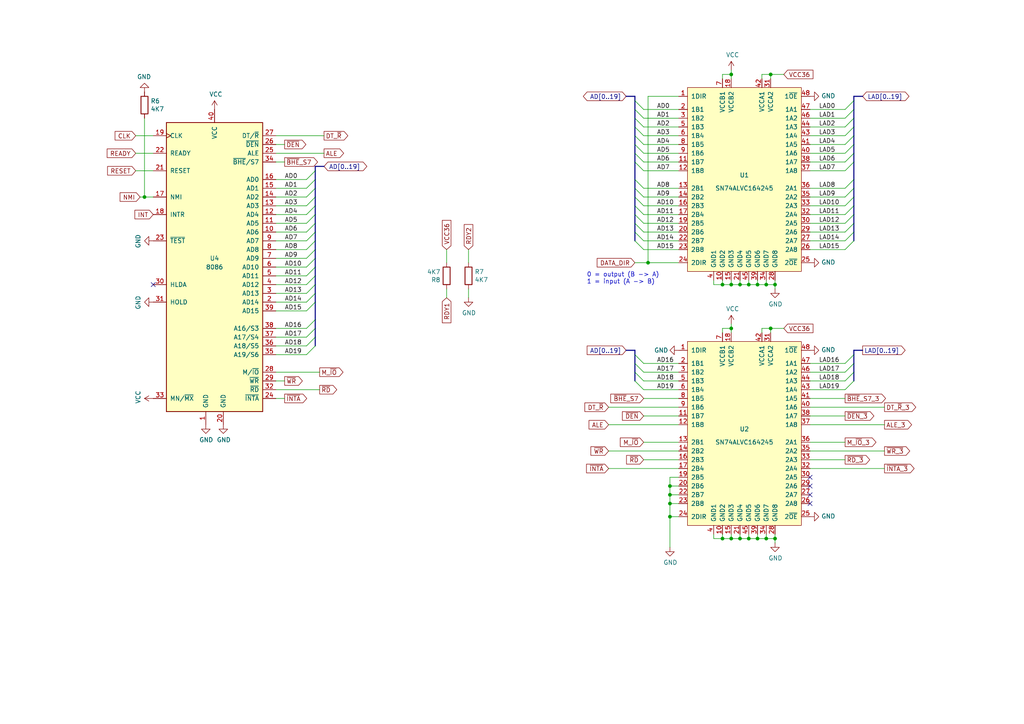
<source format=kicad_sch>
(kicad_sch (version 20230121) (generator eeschema)
  (paper "A4")
  (title_block (title "Mini8086 main system board") (rev "2.1"))
  (lib_symbols
    (symbol "Device:R" (pin_numbers hide) (pin_names (offset 0))
      (property "Reference" "R" (at 2.032 0 90))
      (property "Value" "R" (at 0 0 90))
      (symbol "R_0_1"
        (rectangle (start -1.016 -2.54) (end 1.016 2.54) (stroke (width 0.254)))
      )
      (symbol "R_1_1"
        (pin passive line (at 0 3.81 270) (length 1.27) (name "~") (number "1"))
        (pin passive line (at 0 -3.81 90) (length 1.27) (name "~") (number "2"))
      )
    )
    (symbol "MCU_Intel:8086_Min_Mode" (pin_names (offset 1.016))
      (property "Reference" "U" (at -12.7 43.18 0))
      (property "Value" "8086_Min_Mode" (at 10.16 43.18 0))
      (symbol "8086_Min_Mode_0_1"
        (rectangle (start 13.97 -41.91) (end -13.97 41.91) (stroke (width 0.254)) (fill (type background)))
      )
      (symbol "8086_Min_Mode_1_1"
        (pin power_in line (at -2.54 -45.72 90) (length 3.81) (name "GND") (number "1"))
        (pin bidirectional line (at 17.78 10.16 180) (length 3.81) (name "AD6") (number "10"))
        (pin bidirectional line (at 17.78 12.7 180) (length 3.81) (name "AD5") (number "11"))
        (pin bidirectional line (at 17.78 15.24 180) (length 3.81) (name "AD4") (number "12"))
        (pin bidirectional line (at 17.78 17.78 180) (length 3.81) (name "AD3") (number "13"))
        (pin bidirectional line (at 17.78 20.32 180) (length 3.81) (name "AD2") (number "14"))
        (pin bidirectional line (at 17.78 22.86 180) (length 3.81) (name "AD1") (number "15"))
        (pin bidirectional line (at 17.78 25.4 180) (length 3.81) (name "AD0") (number "16"))
        (pin input line (at -17.78 20.32 0) (length 3.81) (name "NMI") (number "17"))
        (pin input line (at -17.78 15.24 0) (length 3.81) (name "INTR") (number "18"))
        (pin input clock (at -17.78 38.1 0) (length 3.81) (name "CLK") (number "19"))
        (pin bidirectional line (at 17.78 -10.16 180) (length 3.81) (name "AD14") (number "2"))
        (pin power_in line (at 2.54 -45.72 90) (length 3.81) (name "GND") (number "20"))
        (pin input line (at -17.78 27.94 0) (length 3.81) (name "RESET") (number "21"))
        (pin input line (at -17.78 33.02 0) (length 3.81) (name "READY") (number "22"))
        (pin input line (at -17.78 7.62 0) (length 3.81) (name "~{TEST}") (number "23"))
        (pin output line (at 17.78 -38.1 180) (length 3.81) (name "~{INTA}") (number "24"))
        (pin output line (at 17.78 33.02 180) (length 3.81) (name "ALE") (number "25"))
        (pin output line (at 17.78 35.56 180) (length 3.81) (name "~{DEN}") (number "26"))
        (pin output line (at 17.78 38.1 180) (length 3.81) (name "DT/~{R}") (number "27"))
        (pin output line (at 17.78 -30.48 180) (length 3.81) (name "M/~{IO}") (number "28"))
        (pin output line (at 17.78 -33.02 180) (length 3.81) (name "~{WR}") (number "29"))
        (pin bidirectional line (at 17.78 -7.62 180) (length 3.81) (name "AD13") (number "3"))
        (pin output line (at -17.78 -5.08 0) (length 3.81) (name "HLDA") (number "30"))
        (pin input line (at -17.78 -10.16 0) (length 3.81) (name "HOLD") (number "31"))
        (pin output line (at 17.78 -35.56 180) (length 3.81) (name "~{RD}") (number "32"))
        (pin input line (at -17.78 -38.1 0) (length 3.81) (name "MN/~{MX}") (number "33"))
        (pin output line (at 17.78 30.48 180) (length 3.81) (name "~{BHE}/S7") (number "34"))
        (pin output line (at 17.78 -25.4 180) (length 3.81) (name "A19/S6") (number "35"))
        (pin output line (at 17.78 -22.86 180) (length 3.81) (name "A18/S5") (number "36"))
        (pin output line (at 17.78 -20.32 180) (length 3.81) (name "A17/S4") (number "37"))
        (pin output line (at 17.78 -17.78 180) (length 3.81) (name "A16/S3") (number "38"))
        (pin bidirectional line (at 17.78 -12.7 180) (length 3.81) (name "AD15") (number "39"))
        (pin bidirectional line (at 17.78 -5.08 180) (length 3.81) (name "AD12") (number "4"))
        (pin power_in line (at 0 45.72 270) (length 3.81) (name "VCC") (number "40"))
        (pin bidirectional line (at 17.78 -2.54 180) (length 3.81) (name "AD11") (number "5"))
        (pin bidirectional line (at 17.78 0 180) (length 3.81) (name "AD10") (number "6"))
        (pin bidirectional line (at 17.78 2.54 180) (length 3.81) (name "AD9") (number "7"))
        (pin bidirectional line (at 17.78 5.08 180) (length 3.81) (name "AD8") (number "8"))
        (pin bidirectional line (at 17.78 7.62 180) (length 3.81) (name "AD7") (number "9"))
      )
    )
    (symbol "main-rescue:SN74ALVC164245-Mini8086" (pin_names (offset 1.016))
      (property "Reference" "U" (at 0 2.54 0))
      (property "Value" "Mini8086_SN74ALVC164245" (at 0 0 0))
      (symbol "SN74ALVC164245-Mini8086_0_1"
        (rectangle (start -16.51 -26.67) (end 16.51 26.67) (fill (type background)))
      )
      (symbol "SN74ALVC164245-Mini8086_1_1"
        (pin input line (at -19.05 24.13 0) (length 2.54) (name "1DIR") (number "1"))
        (pin power_in line (at -6.35 -29.21 90) (length 2.54) (name "GND2") (number "10"))
        (pin tri_state line (at -19.05 5.08 0) (length 2.54) (name "1B7") (number "11"))
        (pin tri_state line (at -19.05 2.54 0) (length 2.54) (name "1B8") (number "12"))
        (pin tri_state line (at -19.05 -2.54 0) (length 2.54) (name "2B1") (number "13"))
        (pin tri_state line (at -19.05 -5.08 0) (length 2.54) (name "2B2") (number "14"))
        (pin power_in line (at -3.81 -29.21 90) (length 2.54) (name "GND3") (number "15"))
        (pin tri_state line (at -19.05 -7.62 0) (length 2.54) (name "2B3") (number "16"))
        (pin tri_state line (at -19.05 -10.16 0) (length 2.54) (name "2B4") (number "17"))
        (pin power_in line (at -3.81 29.21 270) (length 2.54) (name "VCCB2") (number "18"))
        (pin tri_state line (at -19.05 -12.7 0) (length 2.54) (name "2B5") (number "19"))
        (pin tri_state line (at -19.05 20.32 0) (length 2.54) (name "1B1") (number "2"))
        (pin tri_state line (at -19.05 -15.24 0) (length 2.54) (name "2B6") (number "20"))
        (pin power_in line (at -1.27 -29.21 90) (length 2.54) (name "GND4") (number "21"))
        (pin tri_state line (at -19.05 -17.78 0) (length 2.54) (name "2B7") (number "22"))
        (pin tri_state line (at -19.05 -20.32 0) (length 2.54) (name "2B8") (number "23"))
        (pin input line (at -19.05 -24.13 0) (length 2.54) (name "2DIR") (number "24"))
        (pin tri_state line (at 19.05 -24.13 180) (length 2.54) (name "2~{OE}") (number "25"))
        (pin tri_state line (at 19.05 -20.32 180) (length 2.54) (name "2A8") (number "26"))
        (pin tri_state line (at 19.05 -17.78 180) (length 2.54) (name "2A7") (number "27"))
        (pin power_in line (at 8.89 -29.21 90) (length 2.54) (name "GND8") (number "28"))
        (pin tri_state line (at 19.05 -15.24 180) (length 2.54) (name "2A6") (number "29"))
        (pin tri_state line (at -19.05 17.78 0) (length 2.54) (name "1B2") (number "3"))
        (pin tri_state line (at 19.05 -12.7 180) (length 2.54) (name "2A5") (number "30"))
        (pin power_in line (at 7.62 29.21 270) (length 2.54) (name "VCCA2") (number "31"))
        (pin tri_state line (at 19.05 -10.16 180) (length 2.54) (name "2A4") (number "32"))
        (pin tri_state line (at 19.05 -7.62 180) (length 2.54) (name "2A3") (number "33"))
        (pin power_in line (at 6.35 -29.21 90) (length 2.54) (name "GND7") (number "34"))
        (pin tri_state line (at 19.05 -5.08 180) (length 2.54) (name "2A2") (number "35"))
        (pin tri_state line (at 19.05 -2.54 180) (length 2.54) (name "2A1") (number "36"))
        (pin tri_state line (at 19.05 2.54 180) (length 2.54) (name "1A8") (number "37"))
        (pin tri_state line (at 19.05 5.08 180) (length 2.54) (name "1A7") (number "38"))
        (pin power_in line (at 3.81 -29.21 90) (length 2.54) (name "GND6") (number "39"))
        (pin power_in line (at -8.89 -29.21 90) (length 2.54) (name "GND1") (number "4"))
        (pin tri_state line (at 19.05 7.62 180) (length 2.54) (name "1A6") (number "40"))
        (pin tri_state line (at 19.05 10.16 180) (length 2.54) (name "1A5") (number "41"))
        (pin power_in line (at 5.08 29.21 270) (length 2.54) (name "VCCA1") (number "42"))
        (pin tri_state line (at 19.05 12.7 180) (length 2.54) (name "1A4") (number "43"))
        (pin tri_state line (at 19.05 15.24 180) (length 2.54) (name "1A3") (number "44"))
        (pin power_in line (at 1.27 -29.21 90) (length 2.54) (name "GND5") (number "45"))
        (pin tri_state line (at 19.05 17.78 180) (length 2.54) (name "1A2") (number "46"))
        (pin tri_state line (at 19.05 20.32 180) (length 2.54) (name "1A1") (number "47"))
        (pin tri_state line (at 19.05 24.13 180) (length 2.54) (name "1~{OE}") (number "48"))
        (pin tri_state line (at -19.05 15.24 0) (length 2.54) (name "1B3") (number "5"))
        (pin tri_state line (at -19.05 12.7 0) (length 2.54) (name "1B4") (number "6"))
        (pin power_in line (at -6.35 29.21 270) (length 2.54) (name "VCCB1") (number "7"))
        (pin tri_state line (at -19.05 10.16 0) (length 2.54) (name "1B5") (number "8"))
        (pin tri_state line (at -19.05 7.62 0) (length 2.54) (name "1B6") (number "9"))
      )
    )
    (symbol "power:GND" (power) (pin_names (offset 0))
      (property "Value" "GND" (at 0 -3.81 0))
      (symbol "GND_0_1"
        (polyline (pts (xy 0 0) (xy 0 -1.27) (xy 1.27 -1.27) (xy 0 -2.54) (xy -1.27 -1.27) (xy 0 -1.27)))
      )
      (symbol "GND_1_1"
        (pin power_in line (at 0 0 270) (length 0) hide (name "GND") (number "1"))
      )
    )
    (symbol "power:VCC" (power) (pin_names (offset 0))
      (property "Value" "VCC" (at 0 3.81 0))
      (symbol "VCC_0_1"
        (polyline (pts (xy -0.762 1.27) (xy 0 2.54)))
        (polyline (pts (xy 0 0) (xy 0 2.54)))
        (polyline (pts (xy 0 2.54) (xy 0.762 1.27)))
      )
      (symbol "VCC_1_1"
        (pin power_in line (at 0 0 90) (length 0) hide (name "VCC") (number "1"))
      )
    )
  )
  (junction (at 194.31 140.97))
  (junction (at 212.09 95.25))
  (junction (at 223.52 21.59))
  (junction (at 217.17 82.55))
  (junction (at 209.55 156.21))
  (junction (at 223.52 95.25))
  (junction (at 224.79 156.21))
  (junction (at 219.71 156.21))
  (junction (at 222.25 156.21))
  (junction (at 217.17 156.21))
  (junction (at 224.79 82.55))
  (junction (at 222.25 82.55))
  (junction (at 194.31 143.51))
  (junction (at 212.09 21.59))
  (junction (at 219.71 82.55))
  (junction (at 214.63 156.21))
  (junction (at 209.55 82.55))
  (junction (at 194.31 149.86))
  (junction (at 212.09 156.21))
  (junction (at 212.09 82.55))
  (junction (at 41.91 57.15))
  (junction (at 194.31 146.05))
  (junction (at 187.96 76.2))
  (junction (at 214.63 82.55))
  (no_connect (at 234.95 143.51))
  (no_connect (at 234.95 138.43))
  (no_connect (at 44.45 82.55))
  (no_connect (at 234.95 140.97))
  (no_connect (at 234.95 146.05))
  (bus_entry (at 245.11 49.53) (size 2.54 -2.54))
  (bus_entry (at 186.69 41.91) (size -2.54 -2.54))
  (bus_entry (at 186.69 62.23) (size -2.54 -2.54))
  (bus_entry (at 186.69 113.03) (size -2.54 -2.54))
  (bus_entry (at 88.9 82.55) (size 2.54 -2.54))
  (bus_entry (at 88.9 57.15) (size 2.54 -2.54))
  (bus_entry (at 186.69 49.53) (size -2.54 -2.54))
  (bus_entry (at 88.9 85.09) (size 2.54 -2.54))
  (bus_entry (at 186.69 107.95) (size -2.54 -2.54))
  (bus_entry (at 88.9 54.61) (size 2.54 -2.54))
  (bus_entry (at 88.9 59.69) (size 2.54 -2.54))
  (bus_entry (at 88.9 100.33) (size 2.54 -2.54))
  (bus_entry (at 245.11 54.61) (size 2.54 -2.54))
  (bus_entry (at 186.69 72.39) (size -2.54 -2.54))
  (bus_entry (at 186.69 105.41) (size -2.54 -2.54))
  (bus_entry (at 186.69 69.85) (size -2.54 -2.54))
  (bus_entry (at 186.69 67.31) (size -2.54 -2.54))
  (bus_entry (at 88.9 95.25) (size 2.54 -2.54))
  (bus_entry (at 88.9 74.93) (size 2.54 -2.54))
  (bus_entry (at 186.69 57.15) (size -2.54 -2.54))
  (bus_entry (at 245.11 59.69) (size 2.54 -2.54))
  (bus_entry (at 245.11 107.95) (size 2.54 -2.54))
  (bus_entry (at 88.9 102.87) (size 2.54 -2.54))
  (bus_entry (at 245.11 67.31) (size 2.54 -2.54))
  (bus_entry (at 245.11 57.15) (size 2.54 -2.54))
  (bus_entry (at 245.11 36.83) (size 2.54 -2.54))
  (bus_entry (at 186.69 31.75) (size -2.54 -2.54))
  (bus_entry (at 245.11 31.75) (size 2.54 -2.54))
  (bus_entry (at 245.11 41.91) (size 2.54 -2.54))
  (bus_entry (at 245.11 110.49) (size 2.54 -2.54))
  (bus_entry (at 88.9 52.07) (size 2.54 -2.54))
  (bus_entry (at 245.11 44.45) (size 2.54 -2.54))
  (bus_entry (at 245.11 69.85) (size 2.54 -2.54))
  (bus_entry (at 88.9 67.31) (size 2.54 -2.54))
  (bus_entry (at 88.9 72.39) (size 2.54 -2.54))
  (bus_entry (at 186.69 44.45) (size -2.54 -2.54))
  (bus_entry (at 88.9 62.23) (size 2.54 -2.54))
  (bus_entry (at 245.11 46.99) (size 2.54 -2.54))
  (bus_entry (at 88.9 87.63) (size 2.54 -2.54))
  (bus_entry (at 245.11 39.37) (size 2.54 -2.54))
  (bus_entry (at 245.11 62.23) (size 2.54 -2.54))
  (bus_entry (at 186.69 36.83) (size -2.54 -2.54))
  (bus_entry (at 245.11 34.29) (size 2.54 -2.54))
  (bus_entry (at 245.11 72.39) (size 2.54 -2.54))
  (bus_entry (at 245.11 64.77) (size 2.54 -2.54))
  (bus_entry (at 186.69 110.49) (size -2.54 -2.54))
  (bus_entry (at 88.9 77.47) (size 2.54 -2.54))
  (bus_entry (at 88.9 97.79) (size 2.54 -2.54))
  (bus_entry (at 186.69 64.77) (size -2.54 -2.54))
  (bus_entry (at 186.69 59.69) (size -2.54 -2.54))
  (bus_entry (at 88.9 69.85) (size 2.54 -2.54))
  (bus_entry (at 186.69 39.37) (size -2.54 -2.54))
  (bus_entry (at 245.11 105.41) (size 2.54 -2.54))
  (bus_entry (at 88.9 90.17) (size 2.54 -2.54))
  (bus_entry (at 88.9 80.01) (size 2.54 -2.54))
  (bus_entry (at 245.11 113.03) (size 2.54 -2.54))
  (bus_entry (at 186.69 34.29) (size -2.54 -2.54))
  (bus_entry (at 186.69 46.99) (size -2.54 -2.54))
  (bus_entry (at 186.69 54.61) (size -2.54 -2.54))
  (bus_entry (at 88.9 64.77) (size 2.54 -2.54))
  (bus (pts (xy 184.15 27.94) (xy 181.61 27.94)))
  (wire (pts (xy 41.91 57.15) (xy 40.64 57.15)))
  (wire (pts (xy 214.63 156.21) (xy 217.17 156.21)))
  (wire (pts (xy 88.9 82.55) (xy 80.01 82.55)))
  (wire (pts (xy 196.85 146.05) (xy 194.31 146.05)))
  (wire (pts (xy 186.69 67.31) (xy 196.85 67.31)))
  (wire (pts (xy 245.11 44.45) (xy 234.95 44.45)))
  (bus (pts (xy 184.15 57.15) (xy 184.15 59.69)))
  (wire (pts (xy 80.01 113.03) (xy 92.71 113.03)))
  (bus (pts (xy 247.65 27.94) (xy 250.19 27.94)))
  (wire (pts (xy 80.01 115.57) (xy 82.55 115.57)))
  (wire (pts (xy 234.95 110.49) (xy 245.11 110.49)))
  (bus (pts (xy 91.44 49.53) (xy 91.44 52.07)))
  (wire (pts (xy 220.98 22.86) (xy 220.98 21.59)))
  (bus (pts (xy 247.65 31.75) (xy 247.65 34.29)))
  (wire (pts (xy 196.85 140.97) (xy 194.31 140.97)))
  (wire (pts (xy 219.71 82.55) (xy 222.25 82.55)))
  (wire (pts (xy 88.9 97.79) (xy 80.01 97.79)))
  (bus (pts (xy 184.15 44.45) (xy 184.15 46.99)))
  (wire (pts (xy 196.85 54.61) (xy 186.69 54.61)))
  (wire (pts (xy 234.95 31.75) (xy 245.11 31.75)))
  (bus (pts (xy 91.44 72.39) (xy 91.44 74.93)))
  (wire (pts (xy 80.01 54.61) (xy 88.9 54.61)))
  (wire (pts (xy 186.69 115.57) (xy 196.85 115.57)))
  (bus (pts (xy 247.65 64.77) (xy 247.65 67.31)))
  (wire (pts (xy 212.09 22.86) (xy 212.09 21.59)))
  (bus (pts (xy 247.65 54.61) (xy 247.65 57.15)))
  (wire (pts (xy 82.55 41.91) (xy 80.01 41.91)))
  (wire (pts (xy 88.9 90.17) (xy 80.01 90.17)))
  (wire (pts (xy 209.55 82.55) (xy 212.09 82.55)))
  (bus (pts (xy 91.44 48.26) (xy 93.98 48.26)))
  (bus (pts (xy 91.44 52.07) (xy 91.44 54.61)))
  (bus (pts (xy 91.44 57.15) (xy 91.44 59.69)))
  (wire (pts (xy 224.79 157.48) (xy 224.79 156.21)))
  (wire (pts (xy 245.11 67.31) (xy 234.95 67.31)))
  (bus (pts (xy 91.44 95.25) (xy 91.44 97.79)))
  (wire (pts (xy 234.95 59.69) (xy 245.11 59.69)))
  (wire (pts (xy 186.69 41.91) (xy 196.85 41.91)))
  (bus (pts (xy 91.44 77.47) (xy 91.44 80.01)))
  (bus (pts (xy 247.65 105.41) (xy 247.65 107.95)))
  (wire (pts (xy 187.96 27.94) (xy 187.96 76.2)))
  (wire (pts (xy 245.11 107.95) (xy 234.95 107.95)))
  (wire (pts (xy 88.9 62.23) (xy 80.01 62.23)))
  (wire (pts (xy 194.31 140.97) (xy 194.31 138.43)))
  (bus (pts (xy 91.44 62.23) (xy 91.44 64.77)))
  (bus (pts (xy 184.15 46.99) (xy 184.15 52.07)))
  (wire (pts (xy 196.85 143.51) (xy 194.31 143.51)))
  (bus (pts (xy 247.65 52.07) (xy 247.65 54.61)))
  (wire (pts (xy 223.52 95.25) (xy 227.33 95.25)))
  (wire (pts (xy 217.17 156.21) (xy 219.71 156.21)))
  (wire (pts (xy 207.01 154.94) (xy 207.01 156.21)))
  (wire (pts (xy 186.69 107.95) (xy 196.85 107.95)))
  (wire (pts (xy 234.95 128.27) (xy 245.11 128.27)))
  (wire (pts (xy 245.11 34.29) (xy 234.95 34.29)))
  (wire (pts (xy 214.63 82.55) (xy 217.17 82.55)))
  (wire (pts (xy 129.54 72.39) (xy 129.54 76.2)))
  (wire (pts (xy 186.69 39.37) (xy 196.85 39.37)))
  (wire (pts (xy 217.17 156.21) (xy 217.17 154.94)))
  (wire (pts (xy 245.11 49.53) (xy 234.95 49.53)))
  (wire (pts (xy 186.69 64.77) (xy 196.85 64.77)))
  (wire (pts (xy 245.11 113.03) (xy 234.95 113.03)))
  (bus (pts (xy 91.44 69.85) (xy 91.44 72.39)))
  (wire (pts (xy 212.09 95.25) (xy 209.55 95.25)))
  (wire (pts (xy 194.31 149.86) (xy 194.31 146.05)))
  (bus (pts (xy 184.15 52.07) (xy 184.15 54.61)))
  (wire (pts (xy 219.71 156.21) (xy 219.71 154.94)))
  (bus (pts (xy 184.15 31.75) (xy 184.15 34.29)))
  (wire (pts (xy 234.95 130.81) (xy 256.54 130.81)))
  (wire (pts (xy 220.98 96.52) (xy 220.98 95.25)))
  (wire (pts (xy 209.55 156.21) (xy 209.55 154.94)))
  (wire (pts (xy 186.69 46.99) (xy 196.85 46.99)))
  (wire (pts (xy 194.31 146.05) (xy 194.31 143.51)))
  (wire (pts (xy 186.69 62.23) (xy 196.85 62.23)))
  (wire (pts (xy 209.55 21.59) (xy 209.55 22.86)))
  (wire (pts (xy 88.9 85.09) (xy 80.01 85.09)))
  (wire (pts (xy 194.31 138.43) (xy 196.85 138.43)))
  (wire (pts (xy 135.89 83.82) (xy 135.89 86.36)))
  (wire (pts (xy 212.09 82.55) (xy 214.63 82.55)))
  (wire (pts (xy 223.52 95.25) (xy 223.52 96.52)))
  (wire (pts (xy 186.69 110.49) (xy 196.85 110.49)))
  (wire (pts (xy 234.95 118.11) (xy 256.54 118.11)))
  (wire (pts (xy 186.69 49.53) (xy 196.85 49.53)))
  (bus (pts (xy 247.65 101.6) (xy 250.19 101.6)))
  (bus (pts (xy 91.44 54.61) (xy 91.44 57.15)))
  (wire (pts (xy 176.53 135.89) (xy 196.85 135.89)))
  (bus (pts (xy 247.65 34.29) (xy 247.65 36.83)))
  (bus (pts (xy 184.15 67.31) (xy 184.15 69.85)))
  (bus (pts (xy 184.15 101.6) (xy 184.15 102.87)))
  (wire (pts (xy 186.69 113.03) (xy 196.85 113.03)))
  (wire (pts (xy 220.98 95.25) (xy 223.52 95.25)))
  (wire (pts (xy 212.09 81.28) (xy 212.09 82.55)))
  (wire (pts (xy 207.01 82.55) (xy 209.55 82.55)))
  (wire (pts (xy 223.52 21.59) (xy 227.33 21.59)))
  (wire (pts (xy 186.69 34.29) (xy 196.85 34.29)))
  (wire (pts (xy 234.95 115.57) (xy 245.11 115.57)))
  (wire (pts (xy 209.55 82.55) (xy 209.55 81.28)))
  (bus (pts (xy 91.44 82.55) (xy 91.44 85.09)))
  (wire (pts (xy 219.71 82.55) (xy 219.71 81.28)))
  (wire (pts (xy 135.89 76.2) (xy 135.89 72.39)))
  (wire (pts (xy 234.95 64.77) (xy 245.11 64.77)))
  (wire (pts (xy 214.63 156.21) (xy 214.63 154.94)))
  (bus (pts (xy 184.15 29.21) (xy 184.15 31.75)))
  (wire (pts (xy 222.25 82.55) (xy 224.79 82.55)))
  (wire (pts (xy 234.95 120.65) (xy 245.11 120.65)))
  (wire (pts (xy 212.09 154.94) (xy 212.09 156.21)))
  (bus (pts (xy 91.44 48.26) (xy 91.44 49.53)))
  (wire (pts (xy 224.79 156.21) (xy 224.79 154.94)))
  (wire (pts (xy 196.85 27.94) (xy 187.96 27.94)))
  (bus (pts (xy 91.44 87.63) (xy 91.44 92.71)))
  (wire (pts (xy 80.01 52.07) (xy 88.9 52.07)))
  (wire (pts (xy 234.95 69.85) (xy 245.11 69.85)))
  (wire (pts (xy 220.98 21.59) (xy 223.52 21.59)))
  (wire (pts (xy 44.45 39.37) (xy 39.37 39.37)))
  (wire (pts (xy 88.9 77.47) (xy 80.01 77.47)))
  (wire (pts (xy 196.85 105.41) (xy 186.69 105.41)))
  (wire (pts (xy 214.63 82.55) (xy 214.63 81.28)))
  (bus (pts (xy 247.65 67.31) (xy 247.65 69.85)))
  (wire (pts (xy 88.9 74.93) (xy 80.01 74.93)))
  (bus (pts (xy 247.65 41.91) (xy 247.65 44.45)))
  (wire (pts (xy 186.69 133.35) (xy 196.85 133.35)))
  (wire (pts (xy 80.01 57.15) (xy 88.9 57.15)))
  (wire (pts (xy 234.95 133.35) (xy 245.11 133.35)))
  (wire (pts (xy 186.69 44.45) (xy 196.85 44.45)))
  (wire (pts (xy 207.01 156.21) (xy 209.55 156.21)))
  (wire (pts (xy 234.95 46.99) (xy 245.11 46.99)))
  (bus (pts (xy 247.65 27.94) (xy 247.65 29.21)))
  (bus (pts (xy 247.65 57.15) (xy 247.65 59.69)))
  (wire (pts (xy 176.53 123.19) (xy 196.85 123.19)))
  (wire (pts (xy 88.9 87.63) (xy 80.01 87.63)))
  (bus (pts (xy 247.65 29.21) (xy 247.65 31.75)))
  (bus (pts (xy 91.44 85.09) (xy 91.44 87.63)))
  (wire (pts (xy 176.53 118.11) (xy 196.85 118.11)))
  (wire (pts (xy 222.25 156.21) (xy 222.25 154.94)))
  (wire (pts (xy 194.31 143.51) (xy 194.31 140.97)))
  (bus (pts (xy 184.15 27.94) (xy 184.15 29.21)))
  (wire (pts (xy 212.09 96.52) (xy 212.09 95.25)))
  (bus (pts (xy 184.15 105.41) (xy 184.15 107.95)))
  (bus (pts (xy 91.44 74.93) (xy 91.44 77.47)))
  (bus (pts (xy 184.15 62.23) (xy 184.15 64.77)))
  (wire (pts (xy 186.69 36.83) (xy 196.85 36.83)))
  (wire (pts (xy 80.01 44.45) (xy 93.98 44.45)))
  (wire (pts (xy 129.54 83.82) (xy 129.54 86.36)))
  (wire (pts (xy 234.95 36.83) (xy 245.11 36.83)))
  (wire (pts (xy 194.31 158.75) (xy 194.31 149.86)))
  (wire (pts (xy 186.69 57.15) (xy 196.85 57.15)))
  (wire (pts (xy 44.45 57.15) (xy 41.91 57.15)))
  (wire (pts (xy 88.9 72.39) (xy 80.01 72.39)))
  (bus (pts (xy 91.44 92.71) (xy 91.44 95.25)))
  (wire (pts (xy 224.79 83.82) (xy 224.79 82.55)))
  (wire (pts (xy 80.01 110.49) (xy 82.55 110.49)))
  (wire (pts (xy 186.69 72.39) (xy 196.85 72.39)))
  (bus (pts (xy 247.65 62.23) (xy 247.65 64.77)))
  (wire (pts (xy 88.9 69.85) (xy 80.01 69.85)))
  (wire (pts (xy 176.53 130.81) (xy 196.85 130.81)))
  (bus (pts (xy 184.15 34.29) (xy 184.15 36.83)))
  (wire (pts (xy 209.55 95.25) (xy 209.55 96.52)))
  (wire (pts (xy 212.09 21.59) (xy 209.55 21.59)))
  (wire (pts (xy 80.01 67.31) (xy 88.9 67.31)))
  (wire (pts (xy 88.9 100.33) (xy 80.01 100.33)))
  (wire (pts (xy 212.09 156.21) (xy 214.63 156.21)))
  (wire (pts (xy 82.55 46.99) (xy 80.01 46.99)))
  (bus (pts (xy 91.44 67.31) (xy 91.44 69.85)))
  (wire (pts (xy 88.9 80.01) (xy 80.01 80.01)))
  (wire (pts (xy 234.95 41.91) (xy 245.11 41.91)))
  (bus (pts (xy 184.15 59.69) (xy 184.15 62.23)))
  (bus (pts (xy 247.65 101.6) (xy 247.65 102.87)))
  (bus (pts (xy 184.15 102.87) (xy 184.15 105.41)))
  (wire (pts (xy 186.69 69.85) (xy 196.85 69.85)))
  (bus (pts (xy 184.15 101.6) (xy 181.61 101.6)))
  (bus (pts (xy 184.15 107.95) (xy 184.15 110.49)))
  (wire (pts (xy 88.9 95.25) (xy 80.01 95.25)))
  (wire (pts (xy 245.11 72.39) (xy 234.95 72.39)))
  (wire (pts (xy 222.25 82.55) (xy 222.25 81.28)))
  (bus (pts (xy 91.44 64.77) (xy 91.44 67.31)))
  (wire (pts (xy 184.15 76.2) (xy 187.96 76.2)))
  (wire (pts (xy 196.85 149.86) (xy 194.31 149.86)))
  (wire (pts (xy 223.52 21.59) (xy 223.52 22.86)))
  (bus (pts (xy 247.65 46.99) (xy 247.65 52.07)))
  (wire (pts (xy 80.01 107.95) (xy 92.71 107.95)))
  (wire (pts (xy 217.17 82.55) (xy 219.71 82.55)))
  (bus (pts (xy 247.65 44.45) (xy 247.65 46.99)))
  (wire (pts (xy 88.9 64.77) (xy 80.01 64.77)))
  (bus (pts (xy 91.44 59.69) (xy 91.44 62.23)))
  (wire (pts (xy 224.79 82.55) (xy 224.79 81.28)))
  (wire (pts (xy 207.01 81.28) (xy 207.01 82.55)))
  (bus (pts (xy 184.15 54.61) (xy 184.15 57.15)))
  (bus (pts (xy 247.65 107.95) (xy 247.65 110.49)))
  (bus (pts (xy 184.15 39.37) (xy 184.15 41.91)))
  (wire (pts (xy 186.69 120.65) (xy 196.85 120.65)))
  (bus (pts (xy 247.65 59.69) (xy 247.65 62.23)))
  (bus (pts (xy 184.15 36.83) (xy 184.15 39.37)))
  (wire (pts (xy 209.55 156.21) (xy 212.09 156.21)))
  (wire (pts (xy 186.69 59.69) (xy 196.85 59.69)))
  (bus (pts (xy 247.65 102.87) (xy 247.65 105.41)))
  (wire (pts (xy 245.11 57.15) (xy 234.95 57.15)))
  (wire (pts (xy 44.45 44.45) (xy 39.37 44.45)))
  (wire (pts (xy 234.95 54.61) (xy 245.11 54.61)))
  (wire (pts (xy 222.25 156.21) (xy 224.79 156.21)))
  (wire (pts (xy 212.09 93.98) (xy 212.09 95.25)))
  (wire (pts (xy 234.95 123.19) (xy 256.54 123.19)))
  (wire (pts (xy 93.98 39.37) (xy 80.01 39.37)))
  (wire (pts (xy 245.11 62.23) (xy 234.95 62.23)))
  (wire (pts (xy 245.11 39.37) (xy 234.95 39.37)))
  (wire (pts (xy 212.09 20.32) (xy 212.09 21.59)))
  (bus (pts (xy 91.44 80.01) (xy 91.44 82.55)))
  (wire (pts (xy 196.85 31.75) (xy 186.69 31.75)))
  (bus (pts (xy 184.15 41.91) (xy 184.15 44.45)))
  (wire (pts (xy 234.95 105.41) (xy 245.11 105.41)))
  (wire (pts (xy 234.95 135.89) (xy 256.54 135.89)))
  (wire (pts (xy 41.91 57.15) (xy 41.91 34.29)))
  (bus (pts (xy 91.44 97.79) (xy 91.44 100.33)))
  (bus (pts (xy 184.15 64.77) (xy 184.15 67.31)))
  (wire (pts (xy 88.9 59.69) (xy 80.01 59.69)))
  (bus (pts (xy 247.65 36.83) (xy 247.65 39.37)))
  (wire (pts (xy 219.71 156.21) (xy 222.25 156.21)))
  (wire (pts (xy 44.45 49.53) (xy 39.37 49.53)))
  (wire (pts (xy 196.85 128.27) (xy 186.69 128.27)))
  (wire (pts (xy 217.17 82.55) (xy 217.17 81.28)))
  (wire (pts (xy 88.9 102.87) (xy 80.01 102.87)))
  (bus (pts (xy 247.65 39.37) (xy 247.65 41.91)))
  (wire (pts (xy 187.96 76.2) (xy 196.85 76.2)))
  (text "0 = output (B -> A)\n1 = input (A -> B)\n" (at 170.18 82.55 0) (effects (font (size 1.27 1.27)) (justify left bottom)))
  (label "LAD12" (at 237.49 64.77 0))
  (label "AD5" (at 190.5 44.45 0))
  (label "AD10" (at 190.5 59.69 0))
  (label "LAD10" (at 237.49 59.69 0))
  (label "AD9" (at 82.55 74.93 0))
  (label "LAD16" (at 237.49 105.41 0))
  (label "LAD17" (at 237.49 107.95 0))
  (label "AD15" (at 82.55 90.17 0))
  (label "AD18" (at 190.5 110.49 0))
  (label "AD2" (at 190.5 36.83 0))
  (label "LAD11" (at 237.49 62.23 0))
  (label "AD13" (at 190.5 67.31 0))
  (label "AD17" (at 190.5 107.95 0))
  (label "AD7" (at 190.5 49.53 0))
  (label "AD1" (at 82.55 54.61 0))
  (label "AD7" (at 82.55 69.85 0))
  (label "AD12" (at 190.5 64.77 0))
  (label "LAD13" (at 237.49 67.31 0))
  (label "AD15" (at 190.5 72.39 0))
  (label "AD19" (at 190.5 113.03 0))
  (label "LAD3" (at 237.49 39.37 0))
  (label "AD11" (at 82.55 80.01 0))
  (label "AD5" (at 82.55 64.77 0))
  (label "AD6" (at 190.5 46.99 0))
  (label "LAD1" (at 237.49 34.29 0))
  (label "LAD8" (at 237.49 54.61 0))
  (label "AD14" (at 82.55 87.63 0))
  (label "AD18" (at 82.55 100.33 0))
  (label "AD19" (at 82.55 102.87 0))
  (label "AD10" (at 82.55 77.47 0))
  (label "AD3" (at 190.5 39.37 0))
  (label "LAD2" (at 237.49 36.83 0))
  (label "AD2" (at 82.55 57.15 0))
  (label "LAD9" (at 237.49 57.15 0))
  (label "AD13" (at 82.55 85.09 0))
  (label "LAD15" (at 237.49 72.39 0))
  (label "LAD5" (at 237.49 44.45 0))
  (label "AD6" (at 82.55 67.31 0))
  (label "AD3" (at 82.55 59.69 0))
  (label "AD8" (at 190.5 54.61 0))
  (label "AD16" (at 82.55 95.25 0))
  (label "AD12" (at 82.55 82.55 0))
  (label "AD4" (at 190.5 41.91 0))
  (label "AD9" (at 190.5 57.15 0))
  (label "LAD18" (at 237.49 110.49 0))
  (label "AD1" (at 190.5 34.29 0))
  (label "AD17" (at 82.55 97.79 0))
  (label "AD4" (at 82.55 62.23 0))
  (label "AD8" (at 82.55 72.39 0))
  (label "LAD14" (at 237.49 69.85 0))
  (label "AD11" (at 190.5 62.23 0))
  (label "LAD0" (at 237.49 31.75 0))
  (label "LAD4" (at 237.49 41.91 0))
  (label "LAD6" (at 237.49 46.99 0))
  (label "AD0" (at 190.5 31.75 0))
  (label "AD14" (at 190.5 69.85 0))
  (label "LAD7" (at 237.49 49.53 0))
  (label "LAD19" (at 237.49 113.03 0))
  (label "AD0" (at 82.55 52.07 0))
  (label "AD16" (at 190.5 105.41 0))
  (global_label "LAD[0..19]" (shape bidirectional) (at 250.19 27.94 0) (property "Intersheetrefs" "${INTERSHEET_REFS}" (effects hide)))
  (global_label "~{BHE}_S7_3" (shape output) (at 245.11 115.57 0) (property "Intersheetrefs" "${INTERSHEET_REFS}" (effects hide)))
  (global_label "NMI" (shape input) (at 40.64 57.15 180) (property "Intersheetrefs" "${INTERSHEET_REFS}" (effects hide)))
  (global_label "~{DEN}" (shape output) (at 82.55 41.91 0) (property "Intersheetrefs" "${INTERSHEET_REFS}" (effects hide)))
  (global_label "~{WR}" (shape input) (at 176.53 130.81 180) (property "Intersheetrefs" "${INTERSHEET_REFS}" (effects hide)))
  (global_label "LAD[0..19]" (shape output) (at 250.19 101.6 0) (property "Intersheetrefs" "${INTERSHEET_REFS}" (effects hide)))
  (global_label "~{INTA}" (shape input) (at 176.53 135.89 180) (property "Intersheetrefs" "${INTERSHEET_REFS}" (effects hide)))
  (global_label "AD[0..19]" (shape bidirectional) (at 181.61 27.94 180) (property "Intersheetrefs" "${INTERSHEET_REFS}" (effects hide)))
  (global_label "READY" (shape input) (at 39.37 44.45 180) (property "Intersheetrefs" "${INTERSHEET_REFS}" (effects hide)))
  (global_label "M_~{IO}" (shape output) (at 92.71 107.95 0) (property "Intersheetrefs" "${INTERSHEET_REFS}" (effects hide)))
  (global_label "~{BHE}_S7" (shape output) (at 82.55 46.99 0) (property "Intersheetrefs" "${INTERSHEET_REFS}" (effects hide)))
  (global_label "DT_~{R}" (shape output) (at 93.98 39.37 0) (property "Intersheetrefs" "${INTERSHEET_REFS}" (effects hide)))
  (global_label "DT_~{R}" (shape input) (at 176.53 118.11 180) (property "Intersheetrefs" "${INTERSHEET_REFS}" (effects hide)))
  (global_label "~{RD}" (shape output) (at 92.71 113.03 0) (property "Intersheetrefs" "${INTERSHEET_REFS}" (effects hide)))
  (global_label "RESET" (shape input) (at 39.37 49.53 180) (property "Intersheetrefs" "${INTERSHEET_REFS}" (effects hide)))
  (global_label "VCC36" (shape input) (at 227.33 95.25 0) (property "Intersheetrefs" "${INTERSHEET_REFS}" (effects hide)))
  (global_label "RDY2" (shape input) (at 135.89 72.39 90) (property "Intersheetrefs" "${INTERSHEET_REFS}" (effects hide)))
  (global_label "~{RD_3}" (shape output) (at 245.11 133.35 0) (property "Intersheetrefs" "${INTERSHEET_REFS}" (effects hide)))
  (global_label "AD[0..19]" (shape input) (at 181.61 101.6 180) (property "Intersheetrefs" "${INTERSHEET_REFS}" (effects hide)))
  (global_label "~{INTA_3}" (shape output) (at 256.54 135.89 0) (property "Intersheetrefs" "${INTERSHEET_REFS}" (effects hide)))
  (global_label "~{WR_3}" (shape output) (at 256.54 130.81 0) (property "Intersheetrefs" "${INTERSHEET_REFS}" (effects hide)))
  (global_label "M_~{IO}" (shape input) (at 186.69 128.27 180) (property "Intersheetrefs" "${INTERSHEET_REFS}" (effects hide)))
  (global_label "RDY1" (shape input) (at 129.54 86.36 270) (property "Intersheetrefs" "${INTERSHEET_REFS}" (effects hide)))
  (global_label "~{RD}" (shape input) (at 186.69 133.35 180) (property "Intersheetrefs" "${INTERSHEET_REFS}" (effects hide)))
  (global_label "INT" (shape input) (at 44.45 62.23 180) (property "Intersheetrefs" "${INTERSHEET_REFS}" (effects hide)))
  (global_label "VCC36" (shape input) (at 227.33 21.59 0) (property "Intersheetrefs" "${INTERSHEET_REFS}" (effects hide)))
  (global_label "~{DEN}" (shape input) (at 186.69 120.65 180) (property "Intersheetrefs" "${INTERSHEET_REFS}" (effects hide)))
  (global_label "ALE" (shape output) (at 93.98 44.45 0) (property "Intersheetrefs" "${INTERSHEET_REFS}" (effects hide)))
  (global_label "ALE" (shape input) (at 176.53 123.19 180) (property "Intersheetrefs" "${INTERSHEET_REFS}" (effects hide)))
  (global_label "M_~{IO}_3" (shape output) (at 245.11 128.27 0) (property "Intersheetrefs" "${INTERSHEET_REFS}" (effects hide)))
  (global_label "AD[0..19]" (shape bidirectional) (at 93.98 48.26 0) (property "Intersheetrefs" "${INTERSHEET_REFS}" (effects hide)))
  (global_label "~{DEN_3}" (shape output) (at 245.11 120.65 0) (property "Intersheetrefs" "${INTERSHEET_REFS}" (effects hide)))
  (global_label "CLK" (shape input) (at 39.37 39.37 180) (property "Intersheetrefs" "${INTERSHEET_REFS}" (effects hide)))
  (global_label "VCC36" (shape input) (at 129.54 72.39 90) (property "Intersheetrefs" "${INTERSHEET_REFS}" (effects hide)))
  (global_label "~{BHE}_S7" (shape input) (at 186.69 115.57 180) (property "Intersheetrefs" "${INTERSHEET_REFS}" (effects hide)))
  (global_label "~{WR}" (shape output) (at 82.55 110.49 0) (property "Intersheetrefs" "${INTERSHEET_REFS}" (effects hide)))
  (global_label "ALE_3" (shape output) (at 256.54 123.19 0) (property "Intersheetrefs" "${INTERSHEET_REFS}" (effects hide)))
  (global_label "DATA_DIR" (shape input) (at 184.15 76.2 180) (property "Intersheetrefs" "${INTERSHEET_REFS}" (effects hide)))
  (global_label "~{INTA}" (shape output) (at 82.55 115.57 0) (property "Intersheetrefs" "${INTERSHEET_REFS}" (effects hide)))
  (global_label "DT_~{R}_3" (shape output) (at 256.54 118.11 0) (property "Intersheetrefs" "${INTERSHEET_REFS}" (effects hide)))
  (symbol (lib_id "MCU_Intel:8086_Min_Mode") (at 62.23 77.47 0) (unit 1)
    (property "Reference" "U4" (at 62.23 74.93 0))
    (property "Value" "8086" (at 62.23 77.47 0))
    (property "Footprint" "Package_DIP:DIP-40_W15.24mm_Socket_LongPads" (effects hide))
    (property "Datasheet" "http://datasheets.chipdb.org/Intel/x86/808x/datashts/8086/231455-006.pdf" (effects hide))
  )
  (symbol (lib_id "power:VCC") (at 62.23 31.75 0) (unit 1)
    (property "Reference" "#PWR016" (effects hide))
    (property "Value" "VCC" (at 62.611 27.3558 0))
  )
  (symbol (lib_id "power:GND") (at 64.77 123.19 0) (unit 1)
    (property "Reference" "#PWR017" (effects hide))
    (property "Value" "GND" (at 64.897 127.5842 0))
  )
  (symbol (lib_id "power:GND") (at 59.69 123.19 0) (unit 1)
    (property "Reference" "#PWR015" (effects hide))
    (property "Value" "GND" (at 59.817 127.5842 0))
  )
  (symbol (lib_id "power:VCC") (at 44.45 115.57 90) (unit 1)
    (property "Reference" "#PWR012" (effects hide))
    (property "Value" "VCC" (at 40.0558 115.189 0))
  )
  (symbol (lib_id "power:GND") (at 44.45 69.85 270) (unit 1)
    (property "Reference" "#PWR011" (effects hide))
    (property "Value" "GND" (at 40.0558 69.977 0))
  )
  (symbol (lib_id "Device:R") (at 41.91 30.48 180) (unit 1)
    (property "Reference" "R6" (at 43.688 29.3116 0) (effects (justify right)))
    (property "Value" "4K7" (at 43.688 31.623 0) (effects (justify right)))
    (property "Footprint" "Resistor_SMD:R_1206_3216Metric" (effects hide))
  )
  (symbol (lib_id "Device:R") (at 135.89 80.01 180) (unit 1)
    (property "Reference" "R7" (at 137.668 78.8416 0) (effects (justify right)))
    (property "Value" "4K7" (at 137.668 81.153 0) (effects (justify right)))
    (property "Footprint" "Resistor_SMD:R_1206_3216Metric" (effects hide))
  )
  (symbol (lib_id "Device:R") (at 129.54 80.01 0) (unit 1)
    (property "Reference" "R8" (at 127.762 81.1784 0) (effects (justify right)))
    (property "Value" "4K7" (at 127.762 78.867 0) (effects (justify right)))
    (property "Footprint" "Resistor_SMD:R_1206_3216Metric" (effects hide))
  )
  (symbol (lib_id "power:GND") (at 41.91 26.67 180) (unit 1)
    (property "Reference" "#PWR0102" (effects hide))
    (property "Value" "GND" (at 41.783 22.2758 0))
  )
  (symbol (lib_id "power:GND") (at 44.45 87.63 270) (unit 1)
    (property "Reference" "#PWR0109" (effects hide))
    (property "Value" "GND" (at 40.0558 87.757 0))
  )
  (symbol (lib_id "power:GND") (at 135.89 86.36 0) (unit 1)
    (property "Reference" "#PWR0111" (effects hide))
    (property "Value" "GND" (at 136.017 90.7542 0))
  )
  (symbol (lib_id "power:GND") (at 194.31 158.75 0) (unit 1)
    (property "Reference" "#PWR0101" (effects hide))
    (property "Value" "GND" (at 194.437 163.1442 0))
  )
  (symbol (lib_id "main-rescue:SN74ALVC164245-Mini8086") (at 215.9 52.07 0) (unit 1)
    (property "Reference" "U1" (at 215.9 50.8 0))
    (property "Value" "SN74ALVC164245" (at 215.9 54.61 0))
    (property "Footprint" "Package_SO:SSOP-48_7.5x15.9mm_P0.635mm" (effects hide))
  )
  (symbol (lib_id "power:GND") (at 224.79 83.82 0) (unit 1)
    (property "Reference" "#PWR0103" (effects hide))
    (property "Value" "GND" (at 224.917 88.2142 0))
  )
  (symbol (lib_id "power:VCC") (at 212.09 20.32 0) (unit 1)
    (property "Reference" "#PWR0104" (effects hide))
    (property "Value" "VCC" (at 212.471 15.9258 0))
  )
  (symbol (lib_id "power:GND") (at 234.95 76.2 90) (unit 1)
    (property "Reference" "#PWR0105" (effects hide))
    (property "Value" "GND" (at 238.2012 76.073 90) (effects (justify right)))
  )
  (symbol (lib_id "power:GND") (at 234.95 27.94 90) (unit 1)
    (property "Reference" "#PWR0106" (effects hide))
    (property "Value" "GND" (at 238.2012 27.813 90) (effects (justify right)))
  )
  (symbol (lib_id "power:GND") (at 196.85 101.6 270) (unit 1)
    (property "Reference" "#PWR0110" (effects hide))
    (property "Value" "GND" (at 191.77 101.6 90))
  )
  (symbol (lib_id "main-rescue:SN74ALVC164245-Mini8086") (at 215.9 125.73 0) (unit 1)
    (property "Reference" "U2" (at 215.9 124.46 0))
    (property "Value" "SN74ALVC164245" (at 215.9 128.27 0))
    (property "Footprint" "Package_SO:SSOP-48_7.5x15.9mm_P0.635mm" (effects hide))
  )
  (symbol (lib_id "power:GND") (at 224.79 157.48 0) (unit 1)
    (property "Reference" "#PWR0107" (effects hide))
    (property "Value" "GND" (at 224.917 161.8742 0))
  )
  (symbol (lib_id "power:VCC") (at 212.09 93.98 0) (unit 1)
    (property "Reference" "#PWR0113" (effects hide))
    (property "Value" "VCC" (at 212.471 89.5858 0))
  )
  (symbol (lib_id "power:GND") (at 234.95 149.86 90) (unit 1)
    (property "Reference" "#PWR0108" (effects hide))
    (property "Value" "GND" (at 238.2012 149.733 90) (effects (justify right)))
  )
  (symbol (lib_id "power:GND") (at 234.95 101.6 90) (unit 1)
    (property "Reference" "#PWR0112" (effects hide))
    (property "Value" "GND" (at 238.2012 101.473 90) (effects (justify right)))
  )
)
</source>
